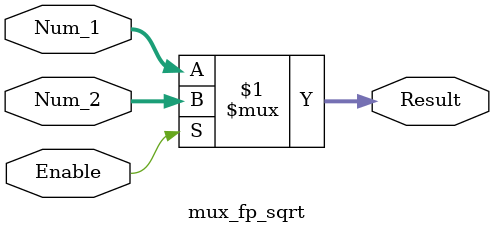
<source format=v>
module mux_fp_sqrt
(
    input  [31:0]   Num_1, Num_2,
    input           Enable,
    output [31:0]   Result
);

assign Result = (Enable)? Num_2 : Num_1;
    
endmodule //mux_fp_sqrt



</source>
